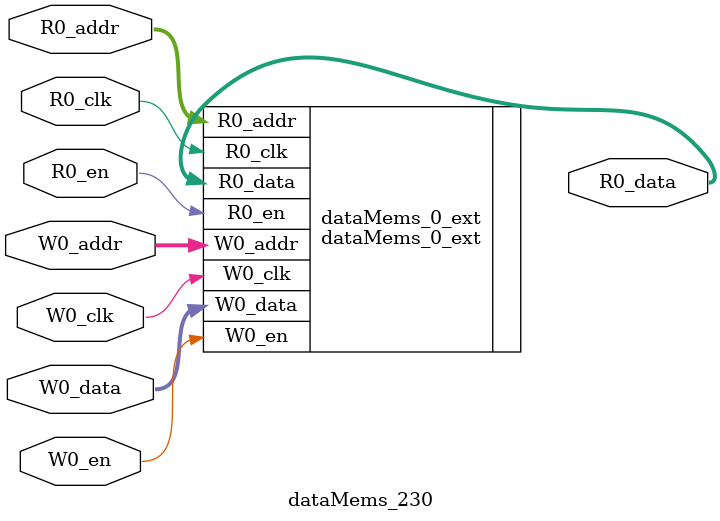
<source format=sv>
`ifndef RANDOMIZE
  `ifdef RANDOMIZE_REG_INIT
    `define RANDOMIZE
  `endif // RANDOMIZE_REG_INIT
`endif // not def RANDOMIZE
`ifndef RANDOMIZE
  `ifdef RANDOMIZE_MEM_INIT
    `define RANDOMIZE
  `endif // RANDOMIZE_MEM_INIT
`endif // not def RANDOMIZE

`ifndef RANDOM
  `define RANDOM $random
`endif // not def RANDOM

// Users can define 'PRINTF_COND' to add an extra gate to prints.
`ifndef PRINTF_COND_
  `ifdef PRINTF_COND
    `define PRINTF_COND_ (`PRINTF_COND)
  `else  // PRINTF_COND
    `define PRINTF_COND_ 1
  `endif // PRINTF_COND
`endif // not def PRINTF_COND_

// Users can define 'ASSERT_VERBOSE_COND' to add an extra gate to assert error printing.
`ifndef ASSERT_VERBOSE_COND_
  `ifdef ASSERT_VERBOSE_COND
    `define ASSERT_VERBOSE_COND_ (`ASSERT_VERBOSE_COND)
  `else  // ASSERT_VERBOSE_COND
    `define ASSERT_VERBOSE_COND_ 1
  `endif // ASSERT_VERBOSE_COND
`endif // not def ASSERT_VERBOSE_COND_

// Users can define 'STOP_COND' to add an extra gate to stop conditions.
`ifndef STOP_COND_
  `ifdef STOP_COND
    `define STOP_COND_ (`STOP_COND)
  `else  // STOP_COND
    `define STOP_COND_ 1
  `endif // STOP_COND
`endif // not def STOP_COND_

// Users can define INIT_RANDOM as general code that gets injected into the
// initializer block for modules with registers.
`ifndef INIT_RANDOM
  `define INIT_RANDOM
`endif // not def INIT_RANDOM

// If using random initialization, you can also define RANDOMIZE_DELAY to
// customize the delay used, otherwise 0.002 is used.
`ifndef RANDOMIZE_DELAY
  `define RANDOMIZE_DELAY 0.002
`endif // not def RANDOMIZE_DELAY

// Define INIT_RANDOM_PROLOG_ for use in our modules below.
`ifndef INIT_RANDOM_PROLOG_
  `ifdef RANDOMIZE
    `ifdef VERILATOR
      `define INIT_RANDOM_PROLOG_ `INIT_RANDOM
    `else  // VERILATOR
      `define INIT_RANDOM_PROLOG_ `INIT_RANDOM #`RANDOMIZE_DELAY begin end
    `endif // VERILATOR
  `else  // RANDOMIZE
    `define INIT_RANDOM_PROLOG_
  `endif // RANDOMIZE
`endif // not def INIT_RANDOM_PROLOG_

// Include register initializers in init blocks unless synthesis is set
`ifndef SYNTHESIS
  `ifndef ENABLE_INITIAL_REG_
    `define ENABLE_INITIAL_REG_
  `endif // not def ENABLE_INITIAL_REG_
`endif // not def SYNTHESIS

// Include rmemory initializers in init blocks unless synthesis is set
`ifndef SYNTHESIS
  `ifndef ENABLE_INITIAL_MEM_
    `define ENABLE_INITIAL_MEM_
  `endif // not def ENABLE_INITIAL_MEM_
`endif // not def SYNTHESIS

module dataMems_230(	// @[generators/ara/src/main/scala/UnsafeAXI4ToTL.scala:365:62]
  input  [4:0]  R0_addr,
  input         R0_en,
  input         R0_clk,
  output [66:0] R0_data,
  input  [4:0]  W0_addr,
  input         W0_en,
  input         W0_clk,
  input  [66:0] W0_data
);

  dataMems_0_ext dataMems_0_ext (	// @[generators/ara/src/main/scala/UnsafeAXI4ToTL.scala:365:62]
    .R0_addr (R0_addr),
    .R0_en   (R0_en),
    .R0_clk  (R0_clk),
    .R0_data (R0_data),
    .W0_addr (W0_addr),
    .W0_en   (W0_en),
    .W0_clk  (W0_clk),
    .W0_data (W0_data)
  );
endmodule


</source>
